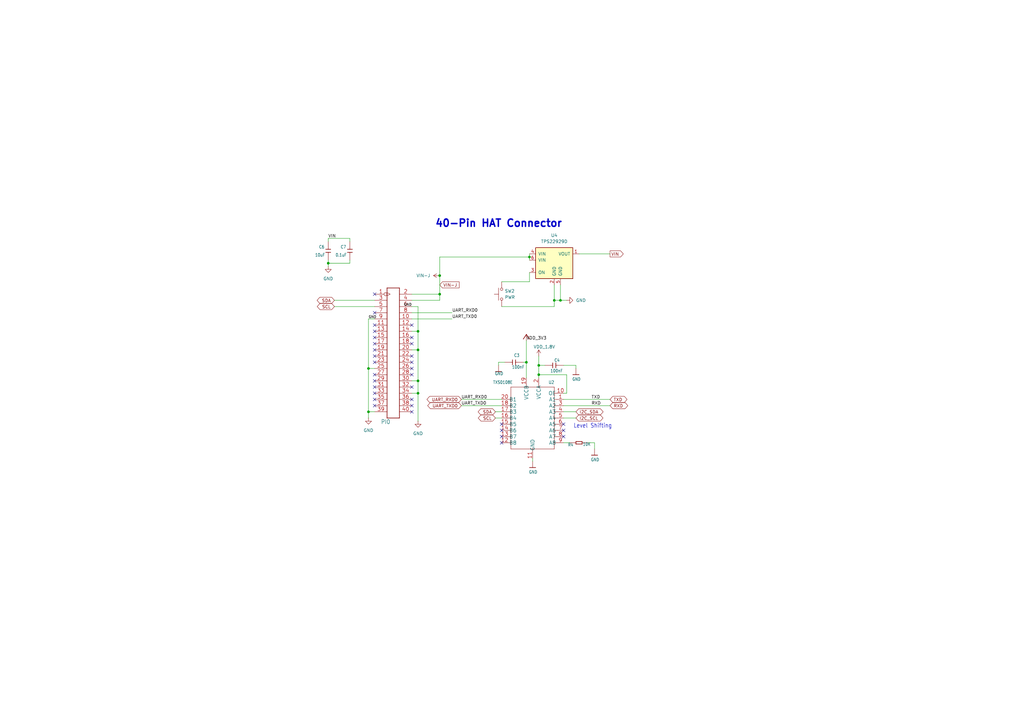
<source format=kicad_sch>
(kicad_sch (version 20250114) (generator "eeschema") (generator_version "9.0")
  (paper "A3")
  (title_block (title "Edgehax 4G to Eth") (date "2025-08-23") (rev "V2") (company "Edgehax") (comment 2 "Varshini CB"))
  (lib_symbols
    (symbol "Power_Management:TPS22929D" (pin_names (offset 1.016))
      (property "Reference" "U" (at -7.62 8.89 0))
      (property "Value" "TPS22929D" (at 7.62 8.89 0))
      (symbol "TPS22929D_0_1"
        (rectangle (start -7.62 7.62) (end 7.62 -5.08) (stroke (width 0.254)) (fill (type background)))
      )
      (symbol "TPS22929D_1_1"
        (pin power_in line (at -10.16 5.08 0) (length 2.54) (name "VIN") (number "4"))
        (pin power_in line (at -10.16 2.54 0) (length 2.54) (name "VIN") (number "6"))
        (pin input line (at -10.16 -2.54 0) (length 2.54) (name "ON") (number "3"))
        (pin power_in line (at 0 -7.62 90) (length 2.54) (name "GND") (number "2"))
        (pin power_in line (at 2.54 -7.62 90) (length 2.54) (name "GND") (number "5"))
        (pin power_out line (at 10.16 5.08 180) (length 2.54) (name "VOUT") (number "1"))
      )
    )
    (symbol "Switch:SW_Push" (pin_numbers (hide yes)) (pin_names (offset 1.016) (hide yes))
      (property "Reference" "SW" (at 1.27 2.54 0))
      (property "Value" "SW_Push" (at 0 -1.524 0))
      (symbol "SW_Push_0_1"
        (circle (center -2.032 0) (radius 0.508))
        (polyline (pts (xy 0 1.27) (xy 0 3.048)))
        (circle (center 2.032 0) (radius 0.508))
        (polyline (pts (xy 2.54 1.27) (xy -2.54 1.27)))
        (pin passive line (at -5.08 0 0) (length 2.54) (name "1") (number "1"))
        (pin passive line (at 5.08 0 180) (length 2.54) (name "2") (number "2"))
      )
    )
    (symbol "power:GND" (power) (pin_numbers (hide yes)) (pin_names (offset 0) (hide yes))
      (property "Value" "GND" (at 0 -3.81 0))
      (symbol "GND_0_1"
        (polyline (pts (xy 0 0) (xy 0 -1.27) (xy 1.27 -1.27) (xy 0 -2.54) (xy -1.27 -1.27) (xy 0 -1.27)))
      )
      (symbol "GND_1_1"
        (pin power_in line (at 0 0 270) (length 0) (name "~") (number "1"))
      )
    )
    (symbol "power:VDD" (power) (pin_numbers (hide yes)) (pin_names (offset 0) (hide yes))
      (property "Value" "VDD" (at 0 3.556 0))
      (symbol "VDD_0_1"
        (polyline (pts (xy -0.762 1.27) (xy 0 2.54)))
        (polyline (pts (xy 0 2.54) (xy 0.762 1.27)))
        (polyline (pts (xy 0 0) (xy 0 2.54)))
      )
      (symbol "VDD_1_1"
        (pin power_in line (at 0 0 90) (length 0) (name "~") (number "1"))
      )
    )
    (symbol "simcom-eagle-import:+3V3" (power)
      (symbol "+3V3_1_0"
        (polyline (pts (xy 0 0) (xy -1.27 -1.905)) (stroke (width 0.254)))
        (polyline (pts (xy 1.27 -1.905) (xy 0 0)) (stroke (width 0.254)))
        (pin power_in line (at 0 -2.54 90) (length 2.54) (name "+3V3") (number "1"))
      )
    )
    (symbol "simcom-eagle-import:C-0603"
      (symbol "C-0603_1_0"
        (polyline (pts (xy -1.27 0) (xy -0.635 0)) (stroke (width 0.1524)))
        (polyline (pts (xy -0.635 0) (xy -0.635 1.016)) (stroke (width 0.254)))
        (polyline (pts (xy -0.635 -1.016) (xy -0.635 0)) (stroke (width 0.254)))
        (polyline (pts (xy 0.635 1.016) (xy 0.635 0)) (stroke (width 0.254)))
        (polyline (pts (xy 0.635 0) (xy 0.635 -1.016)) (stroke (width 0.254)))
        (polyline (pts (xy 0.635 0) (xy 1.27 0)) (stroke (width 0.1524)))
        (pin passive line (at -3.81 0 0) (length 2.54) (name "1") (number "1"))
        (pin passive line (at 3.81 0 180) (length 2.54) (name "2") (number "2"))
      )
    )
    (symbol "simcom-eagle-import:DISCRETE_C-0603"
      (symbol "DISCRETE_C-0603_1_0"
        (polyline (pts (xy -1.27 0) (xy -0.635 0)) (stroke (width 0.1524)))
        (polyline (pts (xy -0.635 0) (xy -0.635 1.016)) (stroke (width 0.254)))
        (polyline (pts (xy -0.635 -1.016) (xy -0.635 0)) (stroke (width 0.254)))
        (polyline (pts (xy 0.635 1.016) (xy 0.635 0)) (stroke (width 0.254)))
        (polyline (pts (xy 0.635 0) (xy 0.635 -1.016)) (stroke (width 0.254)))
        (polyline (pts (xy 0.635 0) (xy 1.27 0)) (stroke (width 0.1524)))
        (pin passive line (at -3.81 0 0) (length 2.54) (name "1") (number "1"))
        (pin passive line (at 3.81 0 180) (length 2.54) (name "2") (number "2"))
      )
    )
    (symbol "simcom-eagle-import:HEADER-2X20P1"
      (symbol "HEADER-2X20P1_1_0"
        (polyline (pts (xy -2.54 25.4) (xy 2.54 25.4)) (stroke (width 0.254)))
        (polyline (pts (xy -2.54 -27.94) (xy -2.54 25.4)) (stroke (width 0.254)))
        (polyline (pts (xy 2.54 25.4) (xy 2.54 -27.94)) (stroke (width 0.254)))
        (polyline (pts (xy 2.54 -27.94) (xy -2.54 -27.94)) (stroke (width 0.254)))
        (pin bidirectional inverted_clock (at -7.62 22.86 0) (length 5.08) (name "1") (number "1"))
        (pin bidirectional line (at -7.62 20.32 0) (length 5.08) (name "3") (number "3"))
        (pin bidirectional line (at -7.62 17.78 0) (length 5.08) (name "5") (number "5"))
        (pin bidirectional line (at -7.62 15.24 0) (length 5.08) (name "7") (number "7"))
        (pin bidirectional line (at -7.62 12.7 0) (length 5.08) (name "9") (number "9"))
        (pin bidirectional line (at -7.62 10.16 0) (length 5.08) (name "11") (number "11"))
        (pin bidirectional line (at -7.62 7.62 0) (length 5.08) (name "13") (number "13"))
        (pin bidirectional line (at -7.62 5.08 0) (length 5.08) (name "15") (number "15"))
        (pin bidirectional line (at -7.62 2.54 0) (length 5.08) (name "17") (number "17"))
        (pin bidirectional line (at -7.62 0 0) (length 5.08) (name "19") (number "19"))
        (pin bidirectional line (at -7.62 -2.54 0) (length 5.08) (name "21") (number "21"))
        (pin bidirectional line (at -7.62 -5.08 0) (length 5.08) (name "23") (number "23"))
        (pin bidirectional line (at -7.62 -7.62 0) (length 5.08) (name "25") (number "25"))
        (pin bidirectional line (at -7.62 -10.16 0) (length 5.08) (name "27") (number "27"))
        (pin bidirectional line (at -7.62 -12.7 0) (length 5.08) (name "29") (number "29"))
        (pin bidirectional line (at -7.62 -15.24 0) (length 5.08) (name "31") (number "31"))
        (pin bidirectional line (at -7.62 -17.78 0) (length 5.08) (name "33") (number "33"))
        (pin bidirectional line (at -7.62 -20.32 0) (length 5.08) (name "35") (number "35"))
        (pin bidirectional line (at -7.62 -22.86 0) (length 5.08) (name "37") (number "37"))
        (pin bidirectional line (at -7.62 -25.4 0) (length 5.08) (name "39") (number "39"))
        (pin bidirectional line (at 7.62 22.86 180) (length 5.08) (name "2") (number "2"))
        (pin bidirectional line (at 7.62 20.32 180) (length 5.08) (name "4") (number "4"))
        (pin bidirectional line (at 7.62 17.78 180) (length 5.08) (name "6") (number "6"))
        (pin bidirectional line (at 7.62 15.24 180) (length 5.08) (name "8") (number "8"))
        (pin bidirectional line (at 7.62 12.7 180) (length 5.08) (name "10") (number "10"))
        (pin bidirectional line (at 7.62 10.16 180) (length 5.08) (name "12") (number "12"))
        (pin bidirectional line (at 7.62 7.62 180) (length 5.08) (name "14") (number "14"))
        (pin bidirectional line (at 7.62 5.08 180) (length 5.08) (name "16") (number "16"))
        (pin bidirectional line (at 7.62 2.54 180) (length 5.08) (name "18") (number "18"))
        (pin bidirectional line (at 7.62 0 180) (length 5.08) (name "20") (number "20"))
        (pin bidirectional line (at 7.62 -2.54 180) (length 5.08) (name "22") (number "22"))
        (pin bidirectional line (at 7.62 -5.08 180) (length 5.08) (name "24") (number "24"))
        (pin bidirectional line (at 7.62 -7.62 180) (length 5.08) (name "26") (number "26"))
        (pin bidirectional line (at 7.62 -10.16 180) (length 5.08) (name "28") (number "28"))
        (pin bidirectional line (at 7.62 -12.7 180) (length 5.08) (name "30") (number "30"))
        (pin bidirectional line (at 7.62 -15.24 180) (length 5.08) (name "32") (number "32"))
        (pin bidirectional line (at 7.62 -17.78 180) (length 5.08) (name "34") (number "34"))
        (pin bidirectional line (at 7.62 -20.32 180) (length 5.08) (name "36") (number "36"))
        (pin bidirectional line (at 7.62 -22.86 180) (length 5.08) (name "38") (number "38"))
        (pin bidirectional line (at 7.62 -25.4 180) (length 5.08) (name "40") (number "40"))
      )
    )
    (symbol "simcom-eagle-import:LOGIC-TXS0108EPWR"
      (property "Reference" "U" (at -8.89 13.97 0))
      (symbol "LOGIC-TXS0108EPWR_1_0"
        (polyline (pts (xy -10.16 10.16) (xy -8.89 10.16)) (stroke (width 0.1524)))
        (polyline (pts (xy -10.16 7.62) (xy -8.89 7.62)) (stroke (width 0.1524)))
        (polyline (pts (xy -10.16 5.08) (xy -8.89 5.08)) (stroke (width 0.1524)))
        (polyline (pts (xy -10.16 2.54) (xy -8.89 2.54)) (stroke (width 0.1524)))
        (polyline (pts (xy -10.16 0) (xy -8.89 0)) (stroke (width 0.1524)))
        (polyline (pts (xy -10.16 -2.54) (xy -8.89 -2.54)) (stroke (width 0.1524)))
        (polyline (pts (xy -10.16 -5.08) (xy -8.89 -5.08)) (stroke (width 0.1524)))
        (polyline (pts (xy -10.16 -7.62) (xy -8.89 -7.62)) (stroke (width 0.1524)))
        (polyline (pts (xy -10.16 -10.16) (xy -8.89 -10.16)) (stroke (width 0.1524)))
        (polyline (pts (xy -8.89 12.7) (xy -2.54 12.7)) (stroke (width 0.1524)))
        (polyline (pts (xy -8.89 10.16) (xy -8.89 12.7)) (stroke (width 0.1524)))
        (polyline (pts (xy -8.89 7.62) (xy -8.89 10.16)) (stroke (width 0.1524)))
        (polyline (pts (xy -8.89 5.08) (xy -8.89 7.62)) (stroke (width 0.1524)))
        (polyline (pts (xy -8.89 2.54) (xy -8.89 5.08)) (stroke (width 0.1524)))
        (polyline (pts (xy -8.89 0) (xy -8.89 2.54)) (stroke (width 0.1524)))
        (polyline (pts (xy -8.89 -2.54) (xy -8.89 0)) (stroke (width 0.1524)))
        (polyline (pts (xy -8.89 -5.08) (xy -8.89 -2.54)) (stroke (width 0.1524)))
        (polyline (pts (xy -8.89 -7.62) (xy -8.89 -5.08)) (stroke (width 0.1524)))
        (polyline (pts (xy -8.89 -10.16) (xy -8.89 -7.62)) (stroke (width 0.1524)))
        (polyline (pts (xy -8.89 -12.7) (xy -8.89 -10.16)) (stroke (width 0.1524)))
        (polyline (pts (xy -2.54 13.97) (xy -2.54 12.7)) (stroke (width 0.1524)))
        (polyline (pts (xy -2.54 12.7) (xy 2.54 12.7)) (stroke (width 0.1524)))
        (polyline (pts (xy 0 -12.7) (xy -8.89 -12.7)) (stroke (width 0.1524)))
        (polyline (pts (xy 0 -13.97) (xy 0 -12.7)) (stroke (width 0.1524)))
        (polyline (pts (xy 2.54 13.97) (xy 2.54 12.7)) (stroke (width 0.1524)))
        (polyline (pts (xy 2.54 12.7) (xy 8.89 12.7)) (stroke (width 0.1524)))
        (polyline (pts (xy 8.89 12.7) (xy 8.89 7.62)) (stroke (width 0.1524)))
        (polyline (pts (xy 8.89 7.62) (xy 8.89 5.08)) (stroke (width 0.1524)))
        (polyline (pts (xy 8.89 5.08) (xy 8.89 2.54)) (stroke (width 0.1524)))
        (polyline (pts (xy 8.89 2.54) (xy 8.89 0)) (stroke (width 0.1524)))
        (polyline (pts (xy 8.89 0) (xy 8.89 -2.54)) (stroke (width 0.1524)))
        (polyline (pts (xy 8.89 -2.54) (xy 8.89 -5.08)) (stroke (width 0.1524)))
        (polyline (pts (xy 8.89 -5.08) (xy 8.89 -7.62)) (stroke (width 0.1524)))
        (polyline (pts (xy 8.89 -7.62) (xy 8.89 -10.16)) (stroke (width 0.1524)))
        (polyline (pts (xy 8.89 -10.16) (xy 8.89 -12.7)) (stroke (width 0.1524)))
        (polyline (pts (xy 8.89 -12.7) (xy 0 -12.7)) (stroke (width 0.1524)))
        (polyline (pts (xy 10.16 7.62) (xy 8.89 7.62)) (stroke (width 0.1524)))
        (polyline (pts (xy 10.16 5.08) (xy 8.89 5.08)) (stroke (width 0.1524)))
        (polyline (pts (xy 10.16 2.54) (xy 8.89 2.54)) (stroke (width 0.1524)))
        (polyline (pts (xy 10.16 0) (xy 8.89 0)) (stroke (width 0.1524)))
        (polyline (pts (xy 10.16 -2.54) (xy 8.89 -2.54)) (stroke (width 0.1524)))
        (polyline (pts (xy 10.16 -5.08) (xy 8.89 -5.08)) (stroke (width 0.1524)))
        (polyline (pts (xy 10.16 -7.62) (xy 8.89 -7.62)) (stroke (width 0.1524)))
        (polyline (pts (xy 10.16 -10.16) (xy 8.89 -10.16)) (stroke (width 0.1524)))
        (pin bidirectional line (at -12.7 10.16 0) (length 2.54) (name "OE") (number "10"))
        (pin bidirectional line (at -12.7 7.62 0) (length 2.54) (name "A1") (number "1"))
        (pin bidirectional line (at -12.7 5.08 0) (length 2.54) (name "A2") (number "3"))
        (pin bidirectional line (at -12.7 2.54 0) (length 2.54) (name "A3") (number "4"))
        (pin bidirectional line (at -12.7 0 0) (length 2.54) (name "A4") (number "5"))
        (pin bidirectional line (at -12.7 -2.54 0) (length 2.54) (name "A5") (number "6"))
        (pin bidirectional line (at -12.7 -5.08 0) (length 2.54) (name "A6") (number "7"))
        (pin bidirectional line (at -12.7 -7.62 0) (length 2.54) (name "A7") (number "8"))
        (pin bidirectional line (at -12.7 -10.16 0) (length 2.54) (name "A8") (number "9"))
        (pin bidirectional line (at -2.54 16.51 270) (length 2.54) (name "VCCA") (number "2"))
        (pin bidirectional line (at 0 -16.51 90) (length 2.54) (name "GND") (number "11"))
        (pin bidirectional line (at 2.54 16.51 270) (length 2.54) (name "VCCB") (number "19"))
        (pin bidirectional line (at 12.7 7.62 180) (length 2.54) (name "B1") (number "20"))
        (pin bidirectional line (at 12.7 5.08 180) (length 2.54) (name "B2") (number "18"))
        (pin bidirectional line (at 12.7 2.54 180) (length 2.54) (name "B3") (number "17"))
        (pin bidirectional line (at 12.7 0 180) (length 2.54) (name "B4") (number "16"))
        (pin bidirectional line (at 12.7 -2.54 180) (length 2.54) (name "B5") (number "15"))
        (pin bidirectional line (at 12.7 -5.08 180) (length 2.54) (name "B6") (number "14"))
        (pin bidirectional line (at 12.7 -7.62 180) (length 2.54) (name "B7") (number "13"))
        (pin bidirectional line (at 12.7 -10.16 180) (length 2.54) (name "B8") (number "12"))
      )
    )
    (symbol "simcom-eagle-import:R-0603"
      (symbol "R-0603_1_0"
        (polyline (pts (xy -1.27 0.508) (xy 1.27 0.508)) (stroke (width 0.254)))
        (polyline (pts (xy -1.27 -0.508) (xy -1.27 0.508)) (stroke (width 0.254)))
        (polyline (pts (xy 1.27 0.508) (xy 1.27 -0.508)) (stroke (width 0.254)))
        (polyline (pts (xy 1.27 -0.508) (xy -1.27 -0.508)) (stroke (width 0.254)))
        (pin passive line (at -3.81 0 0) (length 2.54) (name "1") (number "1"))
        (pin passive line (at 3.81 0 180) (length 2.54) (name "2") (number "2"))
      )
    )
    (symbol "simcom-eagle-import:microbuilder_GND" (power)
      (symbol "microbuilder_GND_1_0"
        (polyline (pts (xy -1.27 0) (xy 1.27 0)) (stroke (width 0.254)))
        (pin power_in line (at 0 2.54 270) (length 2.54) (name "GND") (number "1"))
      )
    )
  )
  (text "40-Pin HAT Connector" (at 178.308 93.472 0) (effects (font (size 2.9972 2.9972) (thickness 0.5994) (bold yes)) (justify left bottom)))
  (text "Level Shifting" (at 235.204 175.768 0) (effects (font (size 1.778 1.5113)) (justify left bottom)))
  (junction (at 215.9 148.59))
  (junction (at 220.98 153.67))
  (junction (at 171.45 135.89))
  (junction (at 180.34 120.65))
  (junction (at 134.62 107.95))
  (junction (at 171.45 161.29))
  (junction (at 180.34 113.03))
  (junction (at 227.33 123.19))
  (junction (at 220.98 149.86))
  (junction (at 217.17 105.41))
  (junction (at 171.45 143.51))
  (junction (at 151.13 151.13))
  (junction (at 171.45 156.21))
  (junction (at 229.87 123.19))
  (junction (at 151.13 168.91))
  (no_connect (at 153.67 161.29))
  (no_connect (at 153.67 153.67))
  (no_connect (at 153.67 143.51))
  (no_connect (at 153.67 138.43))
  (no_connect (at 153.67 156.21))
  (no_connect (at 205.74 181.61))
  (no_connect (at 153.67 146.05))
  (no_connect (at 205.74 176.53))
  (no_connect (at 168.91 138.43))
  (no_connect (at 231.14 173.99))
  (no_connect (at 153.67 135.89))
  (no_connect (at 168.91 158.75))
  (no_connect (at 153.67 148.59))
  (no_connect (at 205.74 179.07))
  (no_connect (at 168.91 151.13))
  (no_connect (at 153.67 166.37))
  (no_connect (at 205.74 173.99))
  (no_connect (at 153.67 163.83))
  (no_connect (at 168.91 146.05))
  (no_connect (at 153.67 128.27))
  (no_connect (at 231.14 176.53))
  (no_connect (at 168.91 168.91))
  (no_connect (at 153.67 158.75))
  (no_connect (at 168.91 163.83))
  (no_connect (at 168.91 140.97))
  (no_connect (at 168.91 166.37))
  (no_connect (at 168.91 148.59))
  (no_connect (at 153.67 140.97))
  (no_connect (at 153.67 133.35))
  (no_connect (at 168.91 133.35))
  (no_connect (at 153.67 120.65))
  (no_connect (at 231.14 179.07))
  (no_connect (at 168.91 153.67))
  (wire (pts (xy 153.67 123.19) (xy 137.16 123.19)) (stroke (width 0.1524)))
  (wire (pts (xy 220.98 153.67) (xy 220.98 149.86)) (stroke (width 0.1524)))
  (wire (pts (xy 134.62 107.95) (xy 143.51 107.95)))
  (wire (pts (xy 171.45 156.21) (xy 171.45 161.29)) (stroke (width 0.1524)))
  (wire (pts (xy 168.91 156.21) (xy 171.45 156.21)) (stroke (width 0.1524)))
  (wire (pts (xy 143.51 97.79) (xy 134.62 97.79)) (stroke (width 0.1524)))
  (wire (pts (xy 180.34 113.03) (xy 180.34 120.65)) (stroke (width 0.1524)))
  (wire (pts (xy 217.17 104.14) (xy 217.17 105.41)))
  (wire (pts (xy 205.74 166.37) (xy 189.23 166.37)) (stroke (width 0.1524)))
  (wire (pts (xy 171.45 143.51) (xy 171.45 156.21)) (stroke (width 0.1524)))
  (wire (pts (xy 218.44 189.23) (xy 218.44 187.96)) (stroke (width 0.1524)))
  (wire (pts (xy 220.98 149.86) (xy 220.98 146.05)) (stroke (width 0.1524)))
  (wire (pts (xy 168.91 120.65) (xy 180.34 120.65)) (stroke (width 0.1524)))
  (wire (pts (xy 168.91 135.89) (xy 171.45 135.89)) (stroke (width 0.1524)))
  (wire (pts (xy 143.51 106.68) (xy 143.51 107.95)) (stroke (width 0.1524)))
  (wire (pts (xy 215.9 139.7) (xy 215.9 148.59)) (stroke (width 0.1524)))
  (wire (pts (xy 205.74 163.83) (xy 189.23 163.83)) (stroke (width 0.1524)))
  (wire (pts (xy 217.17 115.57) (xy 217.17 111.76)))
  (wire (pts (xy 236.22 171.45) (xy 231.14 171.45)))
  (wire (pts (xy 227.33 123.19) (xy 227.33 116.84)))
  (wire (pts (xy 227.33 125.73) (xy 227.33 123.19)))
  (wire (pts (xy 143.51 99.06) (xy 143.51 97.79)) (stroke (width 0.1524)))
  (wire (pts (xy 236.22 149.86) (xy 236.22 151.13)) (stroke (width 0.1524)))
  (wire (pts (xy 203.2 171.45) (xy 205.74 171.45)))
  (wire (pts (xy 168.91 161.29) (xy 171.45 161.29)) (stroke (width 0.1524)))
  (wire (pts (xy 217.17 105.41) (xy 217.17 106.68)))
  (wire (pts (xy 215.9 148.59) (xy 215.9 154.94)) (stroke (width 0.1524)))
  (wire (pts (xy 203.2 168.91) (xy 205.74 168.91)))
  (wire (pts (xy 151.13 151.13) (xy 151.13 168.91)) (stroke (width 0.1524)))
  (wire (pts (xy 180.34 105.41) (xy 217.17 105.41)) (stroke (width 0.1524)))
  (wire (pts (xy 151.13 168.91) (xy 153.67 168.91)) (stroke (width 0.1524)))
  (wire (pts (xy 171.45 125.73) (xy 171.45 135.89)) (stroke (width 0.1524)))
  (wire (pts (xy 151.13 130.81) (xy 151.13 151.13)) (stroke (width 0.1524)))
  (wire (pts (xy 220.98 154.94) (xy 220.98 153.67)) (stroke (width 0.1524)))
  (wire (pts (xy 223.52 149.86) (xy 220.98 149.86)) (stroke (width 0.1524)))
  (wire (pts (xy 214.63 148.59) (xy 215.9 148.59)) (stroke (width 0.1524)))
  (wire (pts (xy 151.13 151.13) (xy 153.67 151.13)) (stroke (width 0.1524)))
  (wire (pts (xy 231.14 181.61) (xy 233.68 181.61)) (stroke (width 0.1524)))
  (wire (pts (xy 232.41 153.67) (xy 220.98 153.67)) (stroke (width 0.1524)))
  (wire (pts (xy 236.22 168.91) (xy 231.14 168.91)))
  (wire (pts (xy 204.47 149.86) (xy 204.47 148.59)) (stroke (width 0.1524)))
  (wire (pts (xy 168.91 123.19) (xy 180.34 123.19)) (stroke (width 0.1524)))
  (wire (pts (xy 204.47 148.59) (xy 207.01 148.59)) (stroke (width 0.1524)))
  (wire (pts (xy 153.67 125.73) (xy 137.16 125.73)) (stroke (width 0.1524)))
  (wire (pts (xy 231.14 161.29) (xy 232.41 161.29)) (stroke (width 0.1524)))
  (wire (pts (xy 134.62 99.06) (xy 134.62 97.79)) (stroke (width 0.1524)))
  (wire (pts (xy 151.13 168.91) (xy 151.13 171.45)) (stroke (width 0.1524)))
  (wire (pts (xy 205.74 125.73) (xy 227.33 125.73)))
  (wire (pts (xy 243.84 181.61) (xy 243.84 184.15)) (stroke (width 0.1524)))
  (wire (pts (xy 180.34 105.41) (xy 180.34 113.03)) (stroke (width 0.1524)))
  (wire (pts (xy 231.14 149.86) (xy 236.22 149.86)) (stroke (width 0.1524)))
  (wire (pts (xy 241.3 181.61) (xy 243.84 181.61)) (stroke (width 0.1524)))
  (wire (pts (xy 232.41 161.29) (xy 232.41 153.67)) (stroke (width 0.1524)))
  (wire (pts (xy 205.74 115.57) (xy 217.17 115.57)))
  (wire (pts (xy 171.45 135.89) (xy 171.45 143.51)) (stroke (width 0.1524)))
  (wire (pts (xy 134.62 106.68) (xy 134.62 107.95)))
  (wire (pts (xy 229.87 123.19) (xy 229.87 116.84)))
  (wire (pts (xy 237.49 104.14) (xy 250.19 104.14)))
  (wire (pts (xy 168.91 143.51) (xy 171.45 143.51)) (stroke (width 0.1524)))
  (wire (pts (xy 168.91 128.27) (xy 185.42 128.27)) (stroke (width 0.1524)))
  (wire (pts (xy 229.87 123.19) (xy 227.33 123.19)))
  (wire (pts (xy 134.62 107.95) (xy 134.62 109.22)) (stroke (width 0.1524)))
  (wire (pts (xy 151.13 130.81) (xy 153.67 130.81)) (stroke (width 0.1524)))
  (wire (pts (xy 168.91 125.73) (xy 171.45 125.73)) (stroke (width 0.1524)))
  (wire (pts (xy 231.14 166.37) (xy 250.19 166.37)) (stroke (width 0.1524)))
  (wire (pts (xy 232.41 123.19) (xy 229.87 123.19)))
  (wire (pts (xy 180.34 123.19) (xy 180.34 120.65)) (stroke (width 0.1524)))
  (wire (pts (xy 168.91 130.81) (xy 185.42 130.81)) (stroke (width 0.1524)))
  (wire (pts (xy 171.45 161.29) (xy 171.45 172.72)) (stroke (width 0.1524)))
  (wire (pts (xy 231.14 163.83) (xy 250.19 163.83)) (stroke (width 0.1524)))
  (label "TXD" (at 242.57 163.83 0) (effects (font (size 1.2446 1.2446))))
  (label "UART_TXD0" (at 185.42 130.81 0) (effects (font (size 1.2446 1.2446))))
  (label "UART_RXD0" (at 185.42 128.27 0) (effects (font (size 1.2446 1.2446))))
  (label "GND" (at 151.13 130.81 0) (effects (font (size 1.016 1.016))))
  (label "RXD" (at 242.57 166.37 0) (effects (font (size 1.2446 1.2446))))
  (label "GND" (at 168.91 125.73 180) (effects (font (size 1.016 1.016))))
  (label "UART_TXD0" (at 189.23 166.37 0) (effects (font (size 1.2446 1.2446))))
  (label "UART_RXD0" (at 189.23 163.83 0) (effects (font (size 1.2446 1.2446))))
  (label "VIN" (at 134.62 97.79 0) (effects (font (size 1.2446 1.2446))))
  (label "VDD_3V3" (at 215.9 139.7 0))
  (global_label "I2C_SDA" (shape bidirectional) (at 236.22 168.91 0) (property "Intersheetrefs" "${INTERSHEET_REFS}" (at 247.9363 168.91 0) (effects (justify left))))
  (global_label "I2C_SCL" (shape bidirectional) (at 236.22 171.45 0) (property "Intersheetrefs" "${INTERSHEET_REFS}" (at 247.8758 171.45 0) (effects (justify left))))
  (global_label "TXD" (shape bidirectional) (at 250.19 163.83 0) (property "Intersheetrefs" "${INTERSHEET_REFS}" (at 257.7334 163.83 0) (effects (justify left))))
  (global_label "VIN" (shape output) (at 250.19 104.14 0) (property "Intersheetrefs" "${INTERSHEET_REFS}" (at 256.2942 104.14 0) (effects (justify left))))
  (global_label "UART_RXD0" (shape bidirectional) (at 189.23 163.83 180) (property "Intersheetrefs" "${INTERSHEET_REFS}" (at 174.5504 163.83 0) (effects (justify right))))
  (global_label "UART_TXD0" (shape bidirectional) (at 189.23 166.37 180) (property "Intersheetrefs" "${INTERSHEET_REFS}" (at 174.8528 166.37 0) (effects (justify right))))
  (global_label "SDA" (shape bidirectional) (at 203.2 168.91 180) (property "Intersheetrefs" "${INTERSHEET_REFS}" (at 195.5356 168.91 0) (effects (justify right))))
  (global_label "SDA" (shape bidirectional) (at 137.16 123.19 180) (property "Intersheetrefs" "${INTERSHEET_REFS}" (at 129.4956 123.19 0) (effects (justify right))))
  (global_label "VIN-J" (shape input) (at 180.34 116.84 0) (property "Intersheetrefs" "${INTERSHEET_REFS}" (at 188.9842 116.84 0) (effects (justify left))))
  (global_label "SCL" (shape bidirectional) (at 203.2 171.45 180) (property "Intersheetrefs" "${INTERSHEET_REFS}" (at 195.5961 171.45 0) (effects (justify right))))
  (global_label "SCL" (shape bidirectional) (at 137.16 125.73 180) (property "Intersheetrefs" "${INTERSHEET_REFS}" (at 129.5561 125.73 0) (effects (justify right))))
  (global_label "RXD" (shape bidirectional) (at 250.19 166.37 0) (property "Intersheetrefs" "${INTERSHEET_REFS}" (at 258.0358 166.37 0) (effects (justify left))))
  (symbol (lib_id "simcom-eagle-import:DISCRETE_C-0603") (at 143.51 102.87 90) (unit 1)
    (property "Reference" "C7" (at 141.986 100.584 90) (effects (font (size 1.27 1.0795)) (justify left bottom)))
    (property "Value" "0.1uF" (at 142.24 103.886 90) (effects (font (size 1.27 1.0795)) (justify left bottom)))
    (property "Footprint" "Capacitor_SMD:C_0402_1005Metric" (effects (hide yes)))
  )
  (symbol (lib_id "simcom-eagle-import:LOGIC-TXS0108EPWR") (at 218.44 171.45 0) (mirror y) (unit 1)
    (property "Reference" "U2" (at 227.33 157.48 0) (effects (font (size 1.27 1.0795)) (justify left bottom)))
    (property "Value" "TXS0108E" (at 210.312 157.48 0) (effects (font (size 1.27 1.0795)) (justify left bottom)))
    (property "Footprint" "project_footprints:TXS01" (effects (hide yes)))
  )
  (symbol (lib_id "power:VDD") (at 180.34 113.03 90) (unit 1)
    (property "Reference" "#PWR029" (effects (hide yes)))
    (property "Value" "VIN-J" (at 176.53 113.0299 90) (effects (justify left)))
    (property "Description" "Power symbol creates a global label with name \"VDD\"" (effects (hide yes)))
  )
  (symbol (lib_id "Power_Management:TPS22929D") (at 227.33 109.22 0) (unit 1)
    (property "Reference" "U4" (at 227.33 96.52 0))
    (property "Value" "TPS22929D" (at 227.33 99.06 0))
    (property "Footprint" "project_footprints:TPS22929D" (effects (hide yes)))
    (property "Datasheet" "http://www.ti.com/lit/ds/symlink/tps22929d.pdf" (effects (hide yes)))
    (property "Description" "High side, power distribution switch, 1.4V-5.5V, 1.8A, SOT23-6 package" (effects (hide yes)))
  )
  (symbol (lib_id "simcom-eagle-import:R-0603") (at 237.49 181.61 0) (mirror y) (unit 1)
    (property "Reference" "R4" (at 235.204 183.134 0) (effects (font (size 1.27 1.0795)) (justify left bottom)))
    (property "Value" "10K" (at 242.316 182.88 0) (effects (font (size 1.27 1.0795)) (justify left bottom)))
    (property "Footprint" "Resistor_SMD:R_0603_1608Metric" (effects (hide yes)))
  )
  (symbol (lib_id "simcom-eagle-import:HEADER-2X20P1") (at 161.29 143.51 0) (unit 1)
    (property "Reference" "PI0" (at 156.21 173.99 0) (effects (font (size 1.778 1.5113)) (justify left bottom)))
    (property "Value" "HEADER-2X20P1" (effects (hide yes)))
    (property "Footprint" "Connector_PinHeader_2.54mm:PinHeader_2x20_P2.54mm_Vertical" (effects (hide yes)))
  )
  (symbol (lib_id "power:GND") (at 134.62 109.22 0) (unit 1)
    (property "Reference" "#PWR026" (effects (hide yes)))
    (property "Value" "GND" (at 134.62 114.3 0))
    (property "Description" "Power symbol creates a global label with name \"GND\" , ground" (effects (hide yes)))
  )
  (symbol (lib_id "Switch:SW_Push") (at 205.74 120.65 90) (unit 1)
    (property "Reference" "SW2" (at 207.01 119.3799 90) (effects (justify right)))
    (property "Value" "PWR" (at 207.01 121.9199 90) (effects (justify right)))
    (property "Footprint" "project_footprints:SW_EG1218" (effects (hide yes)))
    (property "Description" "Push button switch, generic, two pins" (effects (hide yes)))
  )
  (symbol (lib_id "power:GND") (at 171.45 172.72 0) (unit 1)
    (property "Reference" "#PWR028" (effects (hide yes)))
    (property "Value" "GND" (at 171.45 177.8 0))
    (property "Description" "Power symbol creates a global label with name \"GND\" , ground" (effects (hide yes)))
  )
  (symbol (lib_id "simcom-eagle-import:+3V3") (at 215.9 137.16 0) (unit 1)
    (property "Reference" "#+3V02" (effects (hide yes)))
    (property "Value" "+3V3" (effects (hide yes)))
  )
  (symbol (lib_id "simcom-eagle-import:microbuilder_GND") (at 236.22 153.67 0) (unit 1)
    (property "Reference" "#U$03" (effects (hide yes)))
    (property "Value" "GND" (at 234.696 156.21 0) (effects (font (size 1.27 1.0795)) (justify left bottom)))
  )
  (symbol (lib_id "power:VDD") (at 220.98 146.05 0) (unit 1)
    (property "Reference" "#PWR022" (effects (hide yes)))
    (property "Value" "VDD_1.8V" (at 223.266 142.24 0))
    (property "Description" "Power symbol creates a global label with name \"VDD\"" (effects (hide yes)))
  )
  (symbol (lib_id "power:GND") (at 232.41 123.19 90) (unit 1)
    (property "Reference" "#PWR021" (effects (hide yes)))
    (property "Value" "GND" (at 236.22 123.1899 90) (effects (justify right)))
    (property "Description" "Power symbol creates a global label with name \"GND\" , ground" (effects (hide yes)))
  )
  (symbol (lib_id "simcom-eagle-import:microbuilder_GND") (at 218.44 191.77 0) (unit 1)
    (property "Reference" "#U$02" (effects (hide yes)))
    (property "Value" "GND" (at 216.916 194.31 0) (effects (font (size 1.27 1.0795)) (justify left bottom)))
  )
  (symbol (lib_id "power:GND") (at 151.13 171.45 0) (unit 1)
    (property "Reference" "#PWR027" (effects (hide yes)))
    (property "Value" "GND" (at 151.13 176.53 0))
    (property "Description" "Power symbol creates a global label with name \"GND\" , ground" (effects (hide yes)))
  )
  (symbol (lib_id "simcom-eagle-import:microbuilder_GND") (at 204.47 152.4 0) (unit 1)
    (property "Reference" "#U$01" (effects (hide yes)))
    (property "Value" "GND" (at 202.946 153.924 0) (effects (font (size 1.27 1.0795)) (justify left bottom)))
  )
  (symbol (lib_id "simcom-eagle-import:microbuilder_GND") (at 243.84 186.69 0) (unit 1)
    (property "Reference" "#U$04" (effects (hide yes)))
    (property "Value" "GND" (at 242.316 189.23 0) (effects (font (size 1.27 1.0795)) (justify left bottom)))
  )
  (symbol (lib_id "simcom-eagle-import:DISCRETE_C-0603") (at 134.62 102.87 90) (unit 1)
    (property "Reference" "C6" (at 133.096 100.584 90) (effects (font (size 1.27 1.0795)) (justify left bottom)))
    (property "Value" "10uF" (at 133.35 103.886 90) (effects (font (size 1.27 1.0795)) (justify left bottom)))
    (property "Footprint" "Capacitor_SMD:C_0603_1608Metric" (effects (hide yes)))
  )
  (symbol (lib_id "simcom-eagle-import:C-0603") (at 227.33 149.86 180) (unit 1)
    (property "Reference" "C4" (at 229.616 147.066 0) (effects (font (size 1.27 1.0795)) (justify left bottom)))
    (property "Value" "100nF" (at 230.886 151.384 0) (effects (font (size 1.27 1.0795)) (justify left bottom)))
    (property "Footprint" "Capacitor_SMD:C_0402_1005Metric" (effects (hide yes)))
  )
  (symbol (lib_id "simcom-eagle-import:C-0603") (at 210.82 148.59 180) (unit 1)
    (property "Reference" "C3" (at 213.106 145.034 0) (effects (font (size 1.27 1.0795)) (justify left bottom)))
    (property "Value" "100nF" (at 215.138 149.86 0) (effects (font (size 1.27 1.0795)) (justify left bottom)))
    (property "Footprint" "Capacitor_SMD:C_0402_1005Metric" (effects (hide yes)))
  )
)
</source>
